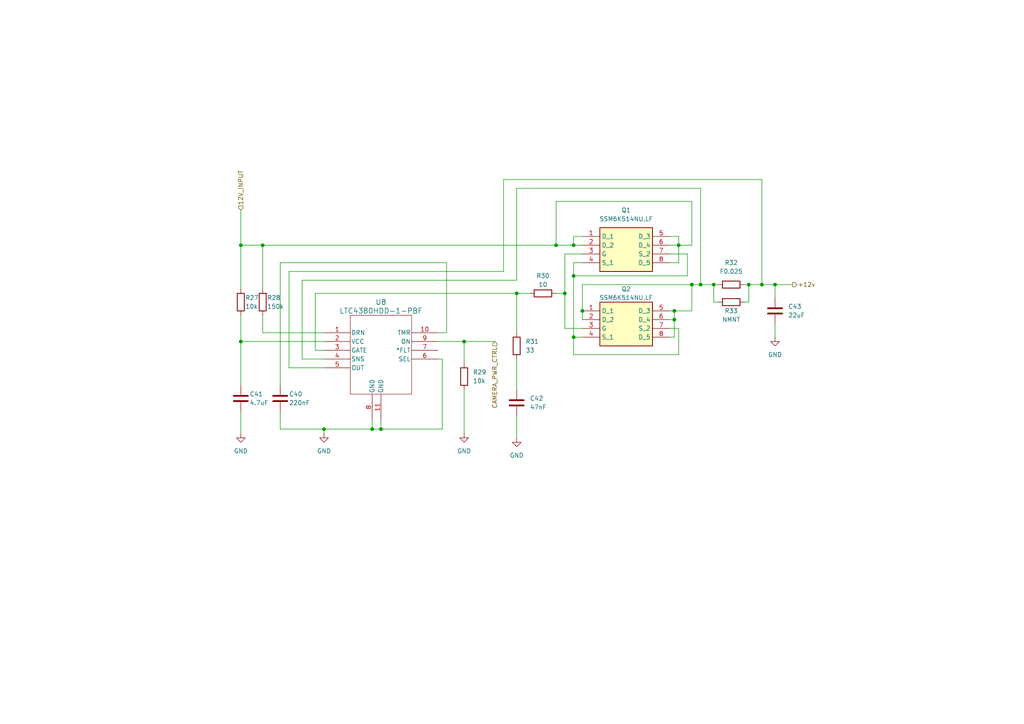
<source format=kicad_sch>
(kicad_sch (version 20230121) (generator eeschema)
  (paper "A4")
  (title_block (date "2023-07-06") (rev "0") (company "Kyushu Institute of Technology"))
  (lib_symbols
    (symbol "Device:C" (pin_numbers hide) (pin_names (offset 0.254))
      (property "Reference" "C" (at 0.635 2.54 0))
      (property "Value" "C" (at 0.635 -2.54 0))
      (symbol "C_0_1"
        (polyline (pts (xy -2.032 -0.762) (xy 2.032 -0.762)) (stroke (width 0.508)))
        (polyline (pts (xy -2.032 0.762) (xy 2.032 0.762)) (stroke (width 0.508)))
      )
      (symbol "C_1_1"
        (pin passive line (at 0 3.81 270) (length 2.794) (name "~") (number "1"))
        (pin passive line (at 0 -3.81 90) (length 2.794) (name "~") (number "2"))
      )
    )
    (symbol "Device:R" (pin_numbers hide) (pin_names (offset 0))
      (property "Reference" "R" (at 2.032 0 90))
      (property "Value" "R" (at 0 0 90))
      (symbol "R_0_1"
        (rectangle (start -1.016 -2.54) (end 1.016 2.54) (stroke (width 0.254)))
      )
      (symbol "R_1_1"
        (pin passive line (at 0 3.81 270) (length 1.27) (name "~") (number "1"))
        (pin passive line (at 0 -3.81 90) (length 1.27) (name "~") (number "2"))
      )
    )
    (symbol "VERTECS_CCB_Library:LTC4380HDD-1-PBF" (pin_names (offset 0.254))
      (property "Reference" "U8" (at 20.32 10.16 0))
      (property "Value" "LTC4380HDD-1-PBF" (at 20.32 7.62 0))
      (symbol "LTC4380HDD-1-PBF_0_1"
        (polyline (pts (xy 7.62 -17.78) (xy 25.4 -17.78)) (stroke (width 0.127)))
        (polyline (pts (xy 7.62 5.08) (xy 7.62 -17.78)) (stroke (width 0.127)))
        (polyline (pts (xy 25.4 -17.78) (xy 25.4 5.08)) (stroke (width 0.127)))
        (polyline (pts (xy 25.4 5.08) (xy 7.62 5.08)) (stroke (width 0.127)))
        (pin unspecified line (at 0 0 0) (length 7.62) (name "DRN") (number "1"))
        (pin unspecified line (at 33.02 0 180) (length 7.62) (name "TMR") (number "10"))
        (pin power_out line (at 16.51 -25.4 90) (length 7.62) (name "GND") (number "11"))
        (pin power_in line (at 0 -2.54 0) (length 7.62) (name "VCC") (number "2"))
        (pin unspecified line (at 0 -5.08 0) (length 7.62) (name "GATE") (number "3"))
        (pin unspecified line (at 0 -7.62 0) (length 7.62) (name "SNS") (number "4"))
        (pin output line (at 0 -10.16 0) (length 7.62) (name "OUT") (number "5"))
        (pin unspecified line (at 33.02 -7.62 180) (length 7.62) (name "SEL") (number "6"))
        (pin unspecified line (at 33.02 -5.08 180) (length 7.62) (name "*FLT") (number "7"))
        (pin power_out line (at 13.97 -25.4 90) (length 7.62) (name "GND") (number "8"))
        (pin unspecified line (at 33.02 -2.54 180) (length 7.62) (name "ON") (number "9"))
      )
    )
    (symbol "VERTECS_CCB_Library:SSM6K514NU,LF"
      (property "Reference" "Q" (at 21.59 7.62 0))
      (property "Value" "SSM6K514NU,LF" (at 21.59 5.08 0))
      (symbol "SSM6K514NU,LF_1_1"
        (rectangle (start 5.08 2.54) (end 20.32 -10.16) (stroke (width 0.254)) (fill (type background)))
        (pin passive line (at 0 0 0) (length 5.08) (name "D_1") (number "1"))
        (pin passive line (at 0 -2.54 0) (length 5.08) (name "D_2") (number "2"))
        (pin passive line (at 0 -5.08 0) (length 5.08) (name "G") (number "3"))
        (pin passive line (at 0 -7.62 0) (length 5.08) (name "S_1") (number "4"))
        (pin passive line (at 25.4 0 180) (length 5.08) (name "D_3") (number "5"))
        (pin passive line (at 25.4 -2.54 180) (length 5.08) (name "D_4") (number "6"))
        (pin passive line (at 25.4 -5.08 180) (length 5.08) (name "S_2") (number "7"))
        (pin passive line (at 25.4 -7.62 180) (length 5.08) (name "D_5") (number "8"))
      )
    )
    (symbol "power:GND" (power) (pin_names (offset 0))
      (property "Value" "GND" (at 0 -3.81 0))
      (symbol "GND_0_1"
        (polyline (pts (xy 0 0) (xy 0 -1.27) (xy 1.27 -1.27) (xy 0 -2.54) (xy -1.27 -1.27) (xy 0 -1.27)))
      )
      (symbol "GND_1_1"
        (pin power_in line (at 0 0 270) (length 0) hide (name "GND") (number "1"))
      )
    )
  )
  (junction (at 149.86 85.09))
  (junction (at 69.85 99.06))
  (junction (at 168.91 90.17))
  (junction (at 203.2 82.55))
  (junction (at 207.01 82.55))
  (junction (at 217.17 82.55))
  (junction (at 195.58 92.71))
  (junction (at 196.85 71.12))
  (junction (at 163.83 85.09))
  (junction (at 224.79 82.55))
  (junction (at 166.37 80.01))
  (junction (at 110.49 124.46))
  (junction (at 134.62 99.06))
  (junction (at 93.98 124.46))
  (junction (at 161.29 71.12))
  (junction (at 195.58 90.17))
  (junction (at 200.66 82.55))
  (junction (at 76.2 71.12))
  (junction (at 107.95 124.46))
  (junction (at 166.37 71.12))
  (junction (at 220.98 82.55))
  (junction (at 69.85 71.12))
  (junction (at 166.37 97.79))
  (wire (pts (xy 220.98 52.07) (xy 146.05 52.07)))
  (wire (pts (xy 69.85 60.96) (xy 69.85 71.12)))
  (wire (pts (xy 93.98 124.46) (xy 107.95 124.46)))
  (wire (pts (xy 81.28 119.38) (xy 81.28 124.46)))
  (wire (pts (xy 196.85 71.12) (xy 200.66 71.12)))
  (wire (pts (xy 149.86 85.09) (xy 153.67 85.09)))
  (wire (pts (xy 195.58 92.71) (xy 194.31 92.71)))
  (wire (pts (xy 195.58 90.17) (xy 195.58 92.71)))
  (wire (pts (xy 208.28 87.63) (xy 207.01 87.63)))
  (wire (pts (xy 207.01 87.63) (xy 207.01 82.55)))
  (wire (pts (xy 149.86 54.61) (xy 149.86 81.28)))
  (wire (pts (xy 161.29 71.12) (xy 166.37 71.12)))
  (wire (pts (xy 196.85 102.87) (xy 166.37 102.87)))
  (wire (pts (xy 161.29 58.42) (xy 161.29 71.12)))
  (wire (pts (xy 215.9 87.63) (xy 217.17 87.63)))
  (wire (pts (xy 127 96.52) (xy 129.54 96.52)))
  (wire (pts (xy 163.83 73.66) (xy 163.83 85.09)))
  (wire (pts (xy 195.58 97.79) (xy 195.58 92.71)))
  (wire (pts (xy 163.83 73.66) (xy 168.91 73.66)))
  (wire (pts (xy 194.31 71.12) (xy 196.85 71.12)))
  (wire (pts (xy 168.91 90.17) (xy 168.91 82.55)))
  (wire (pts (xy 91.44 101.6) (xy 91.44 85.09)))
  (wire (pts (xy 69.85 71.12) (xy 76.2 71.12)))
  (wire (pts (xy 194.31 73.66) (xy 199.39 73.66)))
  (wire (pts (xy 200.66 71.12) (xy 200.66 58.42)))
  (wire (pts (xy 168.91 76.2) (xy 166.37 76.2)))
  (wire (pts (xy 200.66 90.17) (xy 200.66 82.55)))
  (wire (pts (xy 196.85 68.58) (xy 196.85 71.12)))
  (wire (pts (xy 127 99.06) (xy 134.62 99.06)))
  (wire (pts (xy 69.85 119.38) (xy 69.85 125.73)))
  (wire (pts (xy 224.79 93.98) (xy 224.79 97.79)))
  (wire (pts (xy 220.98 82.55) (xy 224.79 82.55)))
  (wire (pts (xy 76.2 96.52) (xy 93.98 96.52)))
  (wire (pts (xy 194.31 68.58) (xy 196.85 68.58)))
  (wire (pts (xy 168.91 82.55) (xy 200.66 82.55)))
  (wire (pts (xy 194.31 90.17) (xy 195.58 90.17)))
  (wire (pts (xy 166.37 76.2) (xy 166.37 80.01)))
  (wire (pts (xy 217.17 87.63) (xy 217.17 82.55)))
  (wire (pts (xy 220.98 82.55) (xy 220.98 52.07)))
  (wire (pts (xy 199.39 80.01) (xy 166.37 80.01)))
  (wire (pts (xy 199.39 73.66) (xy 199.39 80.01)))
  (wire (pts (xy 203.2 54.61) (xy 149.86 54.61)))
  (wire (pts (xy 163.83 95.25) (xy 168.91 95.25)))
  (wire (pts (xy 166.37 68.58) (xy 166.37 71.12)))
  (wire (pts (xy 224.79 82.55) (xy 229.87 82.55)))
  (wire (pts (xy 149.86 85.09) (xy 149.86 96.52)))
  (wire (pts (xy 149.86 104.14) (xy 149.86 113.03)))
  (wire (pts (xy 217.17 82.55) (xy 220.98 82.55)))
  (wire (pts (xy 110.49 121.92) (xy 110.49 124.46)))
  (wire (pts (xy 93.98 124.46) (xy 93.98 125.73)))
  (wire (pts (xy 194.31 97.79) (xy 195.58 97.79)))
  (wire (pts (xy 224.79 82.55) (xy 224.79 86.36)))
  (wire (pts (xy 87.63 104.14) (xy 93.98 104.14)))
  (wire (pts (xy 81.28 76.2) (xy 81.28 111.76)))
  (wire (pts (xy 107.95 121.92) (xy 107.95 124.46)))
  (wire (pts (xy 166.37 102.87) (xy 166.37 97.79)))
  (wire (pts (xy 76.2 71.12) (xy 161.29 71.12)))
  (wire (pts (xy 168.91 90.17) (xy 168.91 92.71)))
  (wire (pts (xy 91.44 101.6) (xy 93.98 101.6)))
  (wire (pts (xy 196.85 95.25) (xy 196.85 102.87)))
  (wire (pts (xy 166.37 97.79) (xy 168.91 97.79)))
  (wire (pts (xy 146.05 52.07) (xy 146.05 78.74)))
  (wire (pts (xy 134.62 99.06) (xy 143.51 99.06)))
  (wire (pts (xy 91.44 85.09) (xy 149.86 85.09)))
  (wire (pts (xy 69.85 99.06) (xy 93.98 99.06)))
  (wire (pts (xy 194.31 95.25) (xy 196.85 95.25)))
  (wire (pts (xy 129.54 96.52) (xy 129.54 76.2)))
  (wire (pts (xy 83.82 106.68) (xy 93.98 106.68)))
  (wire (pts (xy 129.54 76.2) (xy 81.28 76.2)))
  (wire (pts (xy 149.86 120.65) (xy 149.86 127)))
  (wire (pts (xy 207.01 82.55) (xy 208.28 82.55)))
  (wire (pts (xy 81.28 124.46) (xy 93.98 124.46)))
  (wire (pts (xy 149.86 81.28) (xy 87.63 81.28)))
  (wire (pts (xy 128.27 124.46) (xy 128.27 104.14)))
  (wire (pts (xy 76.2 91.44) (xy 76.2 96.52)))
  (wire (pts (xy 83.82 78.74) (xy 83.82 106.68)))
  (wire (pts (xy 134.62 113.03) (xy 134.62 125.73)))
  (wire (pts (xy 203.2 82.55) (xy 207.01 82.55)))
  (wire (pts (xy 69.85 99.06) (xy 69.85 111.76)))
  (wire (pts (xy 196.85 76.2) (xy 196.85 71.12)))
  (wire (pts (xy 69.85 71.12) (xy 69.85 83.82)))
  (wire (pts (xy 166.37 80.01) (xy 166.37 97.79)))
  (wire (pts (xy 128.27 104.14) (xy 127 104.14)))
  (wire (pts (xy 163.83 85.09) (xy 163.83 95.25)))
  (wire (pts (xy 194.31 76.2) (xy 196.85 76.2)))
  (wire (pts (xy 203.2 82.55) (xy 203.2 54.61)))
  (wire (pts (xy 166.37 71.12) (xy 168.91 71.12)))
  (wire (pts (xy 161.29 85.09) (xy 163.83 85.09)))
  (wire (pts (xy 110.49 124.46) (xy 128.27 124.46)))
  (wire (pts (xy 215.9 82.55) (xy 217.17 82.55)))
  (wire (pts (xy 69.85 91.44) (xy 69.85 99.06)))
  (wire (pts (xy 146.05 78.74) (xy 83.82 78.74)))
  (wire (pts (xy 107.95 124.46) (xy 110.49 124.46)))
  (wire (pts (xy 87.63 81.28) (xy 87.63 104.14)))
  (wire (pts (xy 168.91 68.58) (xy 166.37 68.58)))
  (wire (pts (xy 200.66 58.42) (xy 161.29 58.42)))
  (wire (pts (xy 200.66 82.55) (xy 203.2 82.55)))
  (wire (pts (xy 134.62 99.06) (xy 134.62 105.41)))
  (wire (pts (xy 76.2 71.12) (xy 76.2 83.82)))
  (wire (pts (xy 195.58 90.17) (xy 200.66 90.17)))
  (hierarchical_label "CAMERA_PWR_CTRL" (shape input) (at 143.51 99.06 270))
  (hierarchical_label "12V_INPUT" (shape input) (at 69.85 60.96 90))
  (hierarchical_label "+12v" (shape output) (at 229.87 82.55 0))
  (symbol (lib_id "VERTECS_CCB_Library:SSM6K514NU,LF") (at 168.91 68.58 0) (unit 1)
    (property "Reference" "Q1" (at 181.61 60.96 0))
    (property "Value" "SSM6K514NU,LF" (at 181.61 63.5 0))
    (property "Footprint" "VERTECS_CCB_Library:UDFN6B" (effects hide))
    (property "Datasheet" "http://toshiba.semicon-storage.com/info/docget.jsp?did=29875&prodName=SSM6N7002CFU" (effects hide))
    (property "Mouser Part Number" "757-SSM6K514NULF" (effects hide))
    (property "Mouser Price/Stock" "https://www.mouser.co.uk/ProductDetail/Toshiba/SSM6K514NULF?qs=yfGysFjEcj13lHFOvblArQ%3D%3D" (effects hide))
    (property "Manufacturer_Name" "Toshiba" (effects hide))
    (property "Manufacturer_Part_Number" "SSM6K514NU,LF" (effects hide))
  )
  (symbol (lib_id "Device:R") (at 134.62 109.22 0) (unit 1)
    (property "Reference" "R29" (at 137.16 107.95 0) (effects (justify left)))
    (property "Value" "10k" (at 137.16 110.49 0) (effects (justify left)))
  )
  (symbol (lib_id "Device:R") (at 76.2 87.63 0) (unit 1)
    (property "Reference" "R28" (at 77.47 86.36 0) (effects (justify left)))
    (property "Value" "150k" (at 77.47 88.9 0) (effects (justify left)))
  )
  (symbol (lib_id "power:GND") (at 149.86 127 0) (unit 1)
    (property "Reference" "#PWR055" (effects hide))
    (property "Value" "GND" (at 149.86 132.08 0))
  )
  (symbol (lib_id "power:GND") (at 224.79 97.79 0) (unit 1)
    (property "Reference" "#PWR056" (effects hide))
    (property "Value" "GND" (at 224.79 102.87 0))
  )
  (symbol (lib_id "Device:C") (at 224.79 90.17 0) (unit 1)
    (property "Reference" "C43" (at 228.6 88.9 0) (effects (justify left)))
    (property "Value" "22uF" (at 228.6 91.44 0) (effects (justify left)))
  )
  (symbol (lib_id "VERTECS_CCB_Library:SSM6K514NU,LF") (at 168.91 90.17 0) (unit 1)
    (property "Reference" "Q2" (at 181.61 83.82 0))
    (property "Value" "SSM6K514NU,LF" (at 181.61 86.36 0))
    (property "Footprint" "VERTECS_CCB_Library:UDFN6B" (effects hide))
    (property "Datasheet" "http://toshiba.semicon-storage.com/info/docget.jsp?did=29875&prodName=SSM6N7002CFU" (effects hide))
    (property "Mouser Part Number" "757-SSM6K514NULF" (effects hide))
    (property "Mouser Price/Stock" "https://www.mouser.co.uk/ProductDetail/Toshiba/SSM6K514NULF?qs=yfGysFjEcj13lHFOvblArQ%3D%3D" (effects hide))
    (property "Manufacturer_Name" "Toshiba" (effects hide))
    (property "Manufacturer_Part_Number" "SSM6K514NU,LF" (effects hide))
  )
  (symbol (lib_id "power:GND") (at 69.85 125.73 0) (unit 1)
    (property "Reference" "#PWR053" (effects hide))
    (property "Value" "GND" (at 69.85 130.81 0))
  )
  (symbol (lib_id "Device:C") (at 81.28 115.57 0) (unit 1)
    (property "Reference" "C40" (at 83.82 114.3 0) (effects (justify left)))
    (property "Value" "220nF" (at 83.82 116.84 0) (effects (justify left)))
  )
  (symbol (lib_id "VERTECS_CCB_Library:LTC4380HDD-1-PBF") (at 93.98 96.52 0) (unit 1)
    (property "Reference" "U8" (at 110.49 87.63 0) (effects (font (size 1.524 1.524))))
    (property "Value" "LTC4380HDD-1-PBF" (at 110.49 90.17 0) (effects (font (size 1.524 1.524))))
    (property "Footprint" "VERTECS_CCB_Library:DD_10_ADI" (effects hide))
    (property "Datasheet" "LTC4380HDD-1-PBF" (effects hide))
  )
  (symbol (lib_id "Device:C") (at 149.86 116.84 0) (unit 1)
    (property "Reference" "C42" (at 153.67 115.57 0) (effects (justify left)))
    (property "Value" "47nF" (at 153.67 118.11 0) (effects (justify left)))
  )
  (symbol (lib_id "power:GND") (at 134.62 125.73 0) (unit 1)
    (property "Reference" "#PWR054" (effects hide))
    (property "Value" "GND" (at 134.62 130.81 0))
  )
  (symbol (lib_id "Device:R") (at 212.09 82.55 90) (unit 1)
    (property "Reference" "R32" (at 212.09 76.2 90))
    (property "Value" "F0.025" (at 212.09 78.74 90))
  )
  (symbol (lib_id "Device:R") (at 157.48 85.09 270) (unit 1)
    (property "Reference" "R30" (at 157.48 80.01 90))
    (property "Value" "10" (at 157.48 82.55 90))
  )
  (symbol (lib_id "Device:C") (at 69.85 115.57 0) (unit 1)
    (property "Reference" "C41" (at 72.39 114.3 0) (effects (justify left)))
    (property "Value" "4.7uF" (at 72.39 116.84 0) (effects (justify left)))
  )
  (symbol (lib_id "Device:R") (at 69.85 87.63 0) (unit 1)
    (property "Reference" "R27" (at 71.12 86.36 0) (effects (justify left)))
    (property "Value" "10k" (at 71.12 88.9 0) (effects (justify left)))
  )
  (symbol (lib_id "Device:R") (at 149.86 100.33 0) (unit 1)
    (property "Reference" "R31" (at 152.4 99.06 0) (effects (justify left)))
    (property "Value" "33" (at 152.4 101.6 0) (effects (justify left)))
  )
  (symbol (lib_id "power:GND") (at 93.98 125.73 0) (unit 1)
    (property "Reference" "#PWR052" (effects hide))
    (property "Value" "GND" (at 93.98 130.81 0))
  )
  (symbol (lib_id "Device:R") (at 212.09 87.63 90) (unit 1)
    (property "Reference" "R33" (at 212.09 90.17 90))
    (property "Value" "NMNT" (at 212.09 92.71 90))
  )
)
</source>
